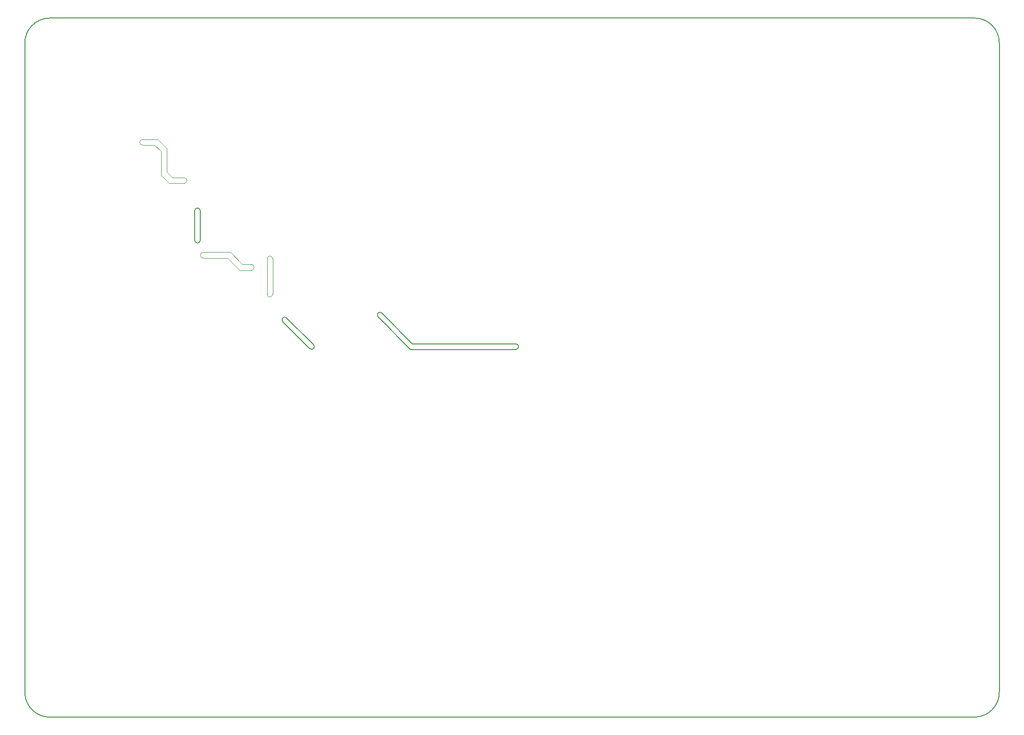
<source format=gbr>
G04 #@! TF.GenerationSoftware,KiCad,Pcbnew,5.1.5-52549c5~84~ubuntu18.04.1*
G04 #@! TF.CreationDate,2020-01-14T00:11:38-08:00*
G04 #@! TF.ProjectId,Pi_Blackbox,50695f42-6c61-4636-9b62-6f782e6b6963,R3*
G04 #@! TF.SameCoordinates,Original*
G04 #@! TF.FileFunction,Profile,NP*
%FSLAX46Y46*%
G04 Gerber Fmt 4.6, Leading zero omitted, Abs format (unit mm)*
G04 Created by KiCad (PCBNEW 5.1.5-52549c5~84~ubuntu18.04.1) date 2020-01-14 00:11:38*
%MOMM*%
%LPD*%
G04 APERTURE LIST*
%ADD10C,0.150000*%
%ADD11C,0.100000*%
G04 APERTURE END LIST*
D10*
X60420000Y-154932300D02*
X60421200Y-38280400D01*
X91929100Y-73520000D02*
X91934200Y-68167700D01*
X90930900Y-73520000D02*
X90933300Y-68197700D01*
D11*
X104950000Y-83200879D02*
G75*
G02X103950000Y-83199099I-500000J879D01*
G01*
D10*
X130080000Y-92120000D02*
X124550000Y-86580000D01*
D11*
X97320000Y-75623000D02*
X92538500Y-75623000D01*
X92540000Y-76740000D02*
X96860000Y-76740000D01*
X101048514Y-77802755D02*
X99500000Y-77802755D01*
X101050000Y-78920000D02*
X99040000Y-78920000D01*
D10*
X123870000Y-87260000D02*
X129720000Y-93120000D01*
D11*
X103950000Y-76839121D02*
G75*
G02X104950000Y-76840901I500000J-879D01*
G01*
X104954202Y-83200900D02*
X104950000Y-76840900D01*
X103954202Y-83199000D02*
X103950000Y-76839100D01*
X101048514Y-77802755D02*
G75*
G02X101050000Y-78920000I-5585J-558631D01*
G01*
X97320000Y-75623000D02*
X99500000Y-77800000D01*
X96860000Y-76740000D02*
X99040000Y-78920000D01*
X92540000Y-76740000D02*
G75*
G02X92538514Y-75622755I5585J558631D01*
G01*
D10*
X91929101Y-73520000D02*
G75*
G02X90930899Y-73520000I-499101J0D01*
G01*
X90933303Y-68197673D02*
G75*
G02X91934202Y-68167673I500899J0D01*
G01*
D11*
X85894200Y-61200000D02*
X86960000Y-62270000D01*
X84900000Y-61790000D02*
X86380000Y-63270000D01*
X81574883Y-56400973D02*
X83760000Y-56400102D01*
X81549983Y-55400103D02*
X84330000Y-55400102D01*
X81574974Y-56400975D02*
G75*
G02X81549983Y-55400103I5009J500873D01*
G01*
X83760000Y-56400000D02*
X84894202Y-57540000D01*
X84330000Y-55400000D02*
X85890000Y-56960000D01*
X84900000Y-61790000D02*
X84894202Y-57540000D01*
X85894202Y-61200000D02*
X85890000Y-56960000D01*
X89034700Y-62269100D02*
X86960000Y-62270000D01*
X89065000Y-63270000D02*
X86380000Y-63270000D01*
X89034706Y-62269101D02*
G75*
G02X89065000Y-63270000I294J-500899D01*
G01*
D10*
X112298245Y-92256499D02*
G75*
G02X111611712Y-92985456I-354191J-354190D01*
G01*
X111611700Y-92985400D02*
X106783470Y-88168900D01*
X112298200Y-92256450D02*
X107470000Y-87440000D01*
X106783471Y-88168956D02*
G75*
G02X107470000Y-87440000I354189J354189D01*
G01*
X123870000Y-87260000D02*
G75*
G02X124550000Y-86580000I340000J340000D01*
G01*
X148630000Y-92119101D02*
G75*
G02X148660000Y-93120000I0J-500899D01*
G01*
X231180000Y-159190000D02*
X65136200Y-159190000D01*
X235500000Y-38040000D02*
X235500000Y-154620800D01*
X231030700Y-33570000D02*
X64928700Y-33570000D01*
X65136200Y-159190000D02*
G75*
G02X60421208Y-154932308I-238118J4475857D01*
G01*
X60420000Y-38280423D02*
G75*
G02X64928784Y-33570000I4496114J209451D01*
G01*
X235500000Y-38040000D02*
G75*
G03X231030691Y-33570113I-4469598J289D01*
G01*
X231179348Y-159189999D02*
G75*
G03X235500000Y-154620820I-139347J4459178D01*
G01*
X129720000Y-93120000D02*
X148660000Y-93120000D01*
X130080000Y-92119100D02*
X148630000Y-92120000D01*
M02*

</source>
